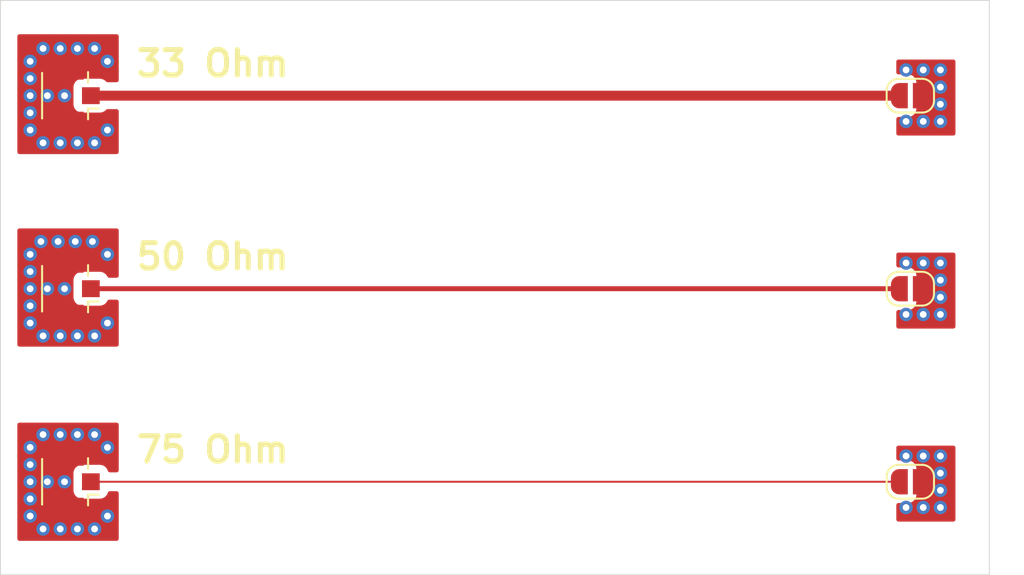
<source format=kicad_pcb>
(kicad_pcb (version 20171130) (host pcbnew 5.1.9-1)

  (general
    (thickness 1.6)
    (drawings 7)
    (tracks 78)
    (zones 0)
    (modules 6)
    (nets 5)
  )

  (page A4)
  (layers
    (0 F.Cu signal)
    (1 In1.Cu signal)
    (2 In2.Cu signal)
    (31 B.Cu signal)
    (32 B.Adhes user)
    (33 F.Adhes user)
    (34 B.Paste user)
    (35 F.Paste user)
    (36 B.SilkS user)
    (37 F.SilkS user)
    (38 B.Mask user)
    (39 F.Mask user)
    (40 Dwgs.User user)
    (41 Cmts.User user)
    (42 Eco1.User user)
    (43 Eco2.User user)
    (44 Edge.Cuts user)
    (45 Margin user)
    (46 B.CrtYd user)
    (47 F.CrtYd user)
    (48 B.Fab user)
    (49 F.Fab user)
  )

  (setup
    (last_trace_width 0.25)
    (trace_clearance 0.2)
    (zone_clearance 0.5)
    (zone_45_only no)
    (trace_min 0.0889)
    (via_size 0.8)
    (via_drill 0.4)
    (via_min_size 0.4)
    (via_min_drill 0.3)
    (uvia_size 0.3)
    (uvia_drill 0.1)
    (uvias_allowed no)
    (uvia_min_size 0.2)
    (uvia_min_drill 0.1)
    (edge_width 0.05)
    (segment_width 0.2)
    (pcb_text_width 0.3)
    (pcb_text_size 1.5 1.5)
    (mod_edge_width 0.12)
    (mod_text_size 1 1)
    (mod_text_width 0.15)
    (pad_size 1.524 1.524)
    (pad_drill 0.762)
    (pad_to_mask_clearance 0)
    (aux_axis_origin 0 0)
    (visible_elements FFFFFF7F)
    (pcbplotparams
      (layerselection 0x010fc_ffffffff)
      (usegerberextensions false)
      (usegerberattributes true)
      (usegerberadvancedattributes true)
      (creategerberjobfile true)
      (excludeedgelayer true)
      (linewidth 0.100000)
      (plotframeref false)
      (viasonmask false)
      (mode 1)
      (useauxorigin false)
      (hpglpennumber 1)
      (hpglpenspeed 20)
      (hpglpendiameter 15.000000)
      (psnegative false)
      (psa4output false)
      (plotreference true)
      (plotvalue true)
      (plotinvisibletext false)
      (padsonsilk false)
      (subtractmaskfromsilk false)
      (outputformat 1)
      (mirror false)
      (drillshape 1)
      (scaleselection 1)
      (outputdirectory ""))
  )

  (net 0 "")
  (net 1 "Net-(J1-Pad1)")
  (net 2 "Net-(J2-Pad1)")
  (net 3 "Net-(J3-Pad1)")
  (net 4 GND)

  (net_class Default "This is the default net class."
    (clearance 0.2)
    (trace_width 0.25)
    (via_dia 0.8)
    (via_drill 0.4)
    (uvia_dia 0.3)
    (uvia_drill 0.1)
    (add_net GND)
    (add_net "Net-(J1-Pad1)")
    (add_net "Net-(J2-Pad1)")
    (add_net "Net-(J3-Pad1)")
  )

  (module Jumper:SolderJumper-2_P1.3mm_Open_RoundedPad1.0x1.5mm (layer F.Cu) (tedit 5B391E66) (tstamp 603F5642)
    (at 163.83 52.07)
    (descr "SMD Solder Jumper, 1x1.5mm, rounded Pads, 0.3mm gap, open")
    (tags "solder jumper open")
    (path /60400800)
    (attr virtual)
    (fp_text reference JP2 (at 0 -1.8) (layer F.SilkS) hide
      (effects (font (size 1 1) (thickness 0.15)))
    )
    (fp_text value Jumper_NO_Small (at 0 1.9) (layer F.Fab)
      (effects (font (size 1 1) (thickness 0.15)))
    )
    (fp_arc (start -0.7 -0.3) (end -0.7 -1) (angle -90) (layer F.SilkS) (width 0.12))
    (fp_arc (start -0.7 0.3) (end -1.4 0.3) (angle -90) (layer F.SilkS) (width 0.12))
    (fp_arc (start 0.7 0.3) (end 0.7 1) (angle -90) (layer F.SilkS) (width 0.12))
    (fp_arc (start 0.7 -0.3) (end 1.4 -0.3) (angle -90) (layer F.SilkS) (width 0.12))
    (fp_line (start -1.4 0.3) (end -1.4 -0.3) (layer F.SilkS) (width 0.12))
    (fp_line (start 0.7 1) (end -0.7 1) (layer F.SilkS) (width 0.12))
    (fp_line (start 1.4 -0.3) (end 1.4 0.3) (layer F.SilkS) (width 0.12))
    (fp_line (start -0.7 -1) (end 0.7 -1) (layer F.SilkS) (width 0.12))
    (fp_line (start -1.65 -1.25) (end 1.65 -1.25) (layer F.CrtYd) (width 0.05))
    (fp_line (start -1.65 -1.25) (end -1.65 1.25) (layer F.CrtYd) (width 0.05))
    (fp_line (start 1.65 1.25) (end 1.65 -1.25) (layer F.CrtYd) (width 0.05))
    (fp_line (start 1.65 1.25) (end -1.65 1.25) (layer F.CrtYd) (width 0.05))
    (pad 2 smd custom (at 0.65 0) (size 1 0.5) (layers F.Cu F.Mask)
      (net 4 GND) (zone_connect 2)
      (options (clearance outline) (anchor rect))
      (primitives
        (gr_circle (center 0 0.25) (end 0.5 0.25) (width 0))
        (gr_circle (center 0 -0.25) (end 0.5 -0.25) (width 0))
        (gr_poly (pts
           (xy 0 -0.75) (xy -0.5 -0.75) (xy -0.5 0.75) (xy 0 0.75)) (width 0))
      ))
    (pad 1 smd custom (at -0.65 0) (size 1 0.5) (layers F.Cu F.Mask)
      (net 2 "Net-(J2-Pad1)") (zone_connect 2)
      (options (clearance outline) (anchor rect))
      (primitives
        (gr_circle (center 0 0.25) (end 0.5 0.25) (width 0))
        (gr_circle (center 0 -0.25) (end 0.5 -0.25) (width 0))
        (gr_poly (pts
           (xy 0 -0.75) (xy 0.5 -0.75) (xy 0.5 0.75) (xy 0 0.75)) (width 0))
      ))
  )

  (module Jumper:SolderJumper-2_P1.3mm_Open_RoundedPad1.0x1.5mm (layer F.Cu) (tedit 5B391E66) (tstamp 603F62E4)
    (at 163.83 63.5)
    (descr "SMD Solder Jumper, 1x1.5mm, rounded Pads, 0.3mm gap, open")
    (tags "solder jumper open")
    (path /604014C6)
    (attr virtual)
    (fp_text reference JP3 (at 0 -1.8) (layer F.SilkS) hide
      (effects (font (size 1 1) (thickness 0.15)))
    )
    (fp_text value Jumper_NO_Small (at 0 1.9) (layer F.Fab)
      (effects (font (size 1 1) (thickness 0.15)))
    )
    (fp_arc (start -0.7 -0.3) (end -0.7 -1) (angle -90) (layer F.SilkS) (width 0.12))
    (fp_arc (start -0.7 0.3) (end -1.4 0.3) (angle -90) (layer F.SilkS) (width 0.12))
    (fp_arc (start 0.7 0.3) (end 0.7 1) (angle -90) (layer F.SilkS) (width 0.12))
    (fp_arc (start 0.7 -0.3) (end 1.4 -0.3) (angle -90) (layer F.SilkS) (width 0.12))
    (fp_line (start -1.4 0.3) (end -1.4 -0.3) (layer F.SilkS) (width 0.12))
    (fp_line (start 0.7 1) (end -0.7 1) (layer F.SilkS) (width 0.12))
    (fp_line (start 1.4 -0.3) (end 1.4 0.3) (layer F.SilkS) (width 0.12))
    (fp_line (start -0.7 -1) (end 0.7 -1) (layer F.SilkS) (width 0.12))
    (fp_line (start -1.65 -1.25) (end 1.65 -1.25) (layer F.CrtYd) (width 0.05))
    (fp_line (start -1.65 -1.25) (end -1.65 1.25) (layer F.CrtYd) (width 0.05))
    (fp_line (start 1.65 1.25) (end 1.65 -1.25) (layer F.CrtYd) (width 0.05))
    (fp_line (start 1.65 1.25) (end -1.65 1.25) (layer F.CrtYd) (width 0.05))
    (pad 2 smd custom (at 0.65 0) (size 1 0.5) (layers F.Cu F.Mask)
      (net 4 GND) (zone_connect 2)
      (options (clearance outline) (anchor rect))
      (primitives
        (gr_circle (center 0 0.25) (end 0.5 0.25) (width 0))
        (gr_circle (center 0 -0.25) (end 0.5 -0.25) (width 0))
        (gr_poly (pts
           (xy 0 -0.75) (xy -0.5 -0.75) (xy -0.5 0.75) (xy 0 0.75)) (width 0))
      ))
    (pad 1 smd custom (at -0.65 0) (size 1 0.5) (layers F.Cu F.Mask)
      (net 3 "Net-(J3-Pad1)") (zone_connect 2)
      (options (clearance outline) (anchor rect))
      (primitives
        (gr_circle (center 0 0.25) (end 0.5 0.25) (width 0))
        (gr_circle (center 0 -0.25) (end 0.5 -0.25) (width 0))
        (gr_poly (pts
           (xy 0 -0.75) (xy 0.5 -0.75) (xy 0.5 0.75) (xy 0 0.75)) (width 0))
      ))
  )

  (module Connector_Coaxial:U.FL_Hirose_U.FL-R-SMT-1_Vertical (layer F.Cu) (tedit 5A1DBFC3) (tstamp 603F5DC1)
    (at 114.3 52.07 180)
    (descr "Hirose U.FL Coaxial https://www.hirose.com/product/en/products/U.FL/U.FL-R-SMT-1%2810%29/")
    (tags "Hirose U.FL Coaxial")
    (path /60437CDF)
    (attr smd)
    (fp_text reference J2 (at 0.475 -3.2) (layer F.SilkS) hide
      (effects (font (size 1 1) (thickness 0.15)))
    )
    (fp_text value U.FL (at 0.475 3.2) (layer F.Fab)
      (effects (font (size 1 1) (thickness 0.15)))
    )
    (fp_text user %R (at 0.475 0 90) (layer F.Fab)
      (effects (font (size 0.6 0.6) (thickness 0.09)))
    )
    (fp_line (start -2.02 1) (end -2.02 -1) (layer F.CrtYd) (width 0.05))
    (fp_line (start -1.32 1) (end -2.02 1) (layer F.CrtYd) (width 0.05))
    (fp_line (start 2.08 1.8) (end 2.28 1.8) (layer F.CrtYd) (width 0.05))
    (fp_line (start 2.08 2.5) (end 2.08 1.8) (layer F.CrtYd) (width 0.05))
    (fp_line (start 2.28 1.8) (end 2.28 -1.8) (layer F.CrtYd) (width 0.05))
    (fp_line (start -1.32 1.8) (end -1.12 1.8) (layer F.CrtYd) (width 0.05))
    (fp_line (start -1.12 2.5) (end -1.12 1.8) (layer F.CrtYd) (width 0.05))
    (fp_line (start 2.08 2.5) (end -1.12 2.5) (layer F.CrtYd) (width 0.05))
    (fp_line (start 1.835 -1.35) (end 1.835 1.35) (layer F.SilkS) (width 0.12))
    (fp_line (start -0.885 -0.76) (end -1.515 -0.76) (layer F.SilkS) (width 0.12))
    (fp_line (start -0.885 1.4) (end -0.885 0.76) (layer F.SilkS) (width 0.12))
    (fp_line (start -0.925 -0.3) (end -1.075 -0.15) (layer F.Fab) (width 0.1))
    (fp_line (start 1.775 -1.3) (end 1.375 -1.3) (layer F.Fab) (width 0.1))
    (fp_line (start 1.375 -1.5) (end 1.375 -1.3) (layer F.Fab) (width 0.1))
    (fp_line (start -0.425 -1.5) (end 1.375 -1.5) (layer F.Fab) (width 0.1))
    (fp_line (start 1.775 -1.3) (end 1.775 1.3) (layer F.Fab) (width 0.1))
    (fp_line (start 1.775 1.3) (end 1.375 1.3) (layer F.Fab) (width 0.1))
    (fp_line (start 1.375 1.5) (end 1.375 1.3) (layer F.Fab) (width 0.1))
    (fp_line (start -0.425 1.5) (end 1.375 1.5) (layer F.Fab) (width 0.1))
    (fp_line (start -0.425 -1.3) (end -0.825 -1.3) (layer F.Fab) (width 0.1))
    (fp_line (start -0.425 -1.5) (end -0.425 -1.3) (layer F.Fab) (width 0.1))
    (fp_line (start -0.825 -0.3) (end -0.825 -1.3) (layer F.Fab) (width 0.1))
    (fp_line (start -0.925 -0.3) (end -0.825 -0.3) (layer F.Fab) (width 0.1))
    (fp_line (start -1.075 0.3) (end -1.075 -0.15) (layer F.Fab) (width 0.1))
    (fp_line (start -1.075 0.3) (end -0.825 0.3) (layer F.Fab) (width 0.1))
    (fp_line (start -0.825 0.3) (end -0.825 1.3) (layer F.Fab) (width 0.1))
    (fp_line (start -0.425 1.3) (end -0.825 1.3) (layer F.Fab) (width 0.1))
    (fp_line (start -0.425 1.5) (end -0.425 1.3) (layer F.Fab) (width 0.1))
    (fp_line (start -0.885 -1.4) (end -0.885 -0.76) (layer F.SilkS) (width 0.12))
    (fp_line (start 2.08 -1.8) (end 2.28 -1.8) (layer F.CrtYd) (width 0.05))
    (fp_line (start 2.08 -1.8) (end 2.08 -2.5) (layer F.CrtYd) (width 0.05))
    (fp_line (start -1.32 -1) (end -1.32 -1.8) (layer F.CrtYd) (width 0.05))
    (fp_line (start 2.08 -2.5) (end -1.12 -2.5) (layer F.CrtYd) (width 0.05))
    (fp_line (start -1.12 -1.8) (end -1.12 -2.5) (layer F.CrtYd) (width 0.05))
    (fp_line (start -1.32 -1.8) (end -1.12 -1.8) (layer F.CrtYd) (width 0.05))
    (fp_line (start -1.32 1.8) (end -1.32 1) (layer F.CrtYd) (width 0.05))
    (fp_line (start -1.32 -1) (end -2.02 -1) (layer F.CrtYd) (width 0.05))
    (pad 2 smd rect (at 0.475 -1.475 180) (size 2.2 1.05) (layers F.Cu F.Paste F.Mask)
      (net 4 GND))
    (pad 1 smd rect (at -1.05 0 180) (size 1.05 1) (layers F.Cu F.Paste F.Mask)
      (net 2 "Net-(J2-Pad1)"))
    (pad 2 smd rect (at 0.475 1.475 180) (size 2.2 1.05) (layers F.Cu F.Paste F.Mask)
      (net 4 GND))
    (model ${KISYS3DMOD}/Connector_Coaxial.3dshapes/U.FL_Hirose_U.FL-R-SMT-1_Vertical.wrl
      (offset (xyz 0.4749999928262157 0 0))
      (scale (xyz 1 1 1))
      (rotate (xyz 0 0 0))
    )
  )

  (module Connector_Coaxial:U.FL_Hirose_U.FL-R-SMT-1_Vertical (layer F.Cu) (tedit 5A1DBFC3) (tstamp 603F627B)
    (at 114.3 63.5 180)
    (descr "Hirose U.FL Coaxial https://www.hirose.com/product/en/products/U.FL/U.FL-R-SMT-1%2810%29/")
    (tags "Hirose U.FL Coaxial")
    (path /60438586)
    (attr smd)
    (fp_text reference J3 (at 0.475 -3.2) (layer F.SilkS) hide
      (effects (font (size 1 1) (thickness 0.15)))
    )
    (fp_text value U.FL (at 0.475 3.2) (layer F.Fab)
      (effects (font (size 1 1) (thickness 0.15)))
    )
    (fp_text user %R (at 0.475 0 90) (layer F.Fab)
      (effects (font (size 0.6 0.6) (thickness 0.09)))
    )
    (fp_line (start -2.02 1) (end -2.02 -1) (layer F.CrtYd) (width 0.05))
    (fp_line (start -1.32 1) (end -2.02 1) (layer F.CrtYd) (width 0.05))
    (fp_line (start 2.08 1.8) (end 2.28 1.8) (layer F.CrtYd) (width 0.05))
    (fp_line (start 2.08 2.5) (end 2.08 1.8) (layer F.CrtYd) (width 0.05))
    (fp_line (start 2.28 1.8) (end 2.28 -1.8) (layer F.CrtYd) (width 0.05))
    (fp_line (start -1.32 1.8) (end -1.12 1.8) (layer F.CrtYd) (width 0.05))
    (fp_line (start -1.12 2.5) (end -1.12 1.8) (layer F.CrtYd) (width 0.05))
    (fp_line (start 2.08 2.5) (end -1.12 2.5) (layer F.CrtYd) (width 0.05))
    (fp_line (start 1.835 -1.35) (end 1.835 1.35) (layer F.SilkS) (width 0.12))
    (fp_line (start -0.885 -0.76) (end -1.515 -0.76) (layer F.SilkS) (width 0.12))
    (fp_line (start -0.885 1.4) (end -0.885 0.76) (layer F.SilkS) (width 0.12))
    (fp_line (start -0.925 -0.3) (end -1.075 -0.15) (layer F.Fab) (width 0.1))
    (fp_line (start 1.775 -1.3) (end 1.375 -1.3) (layer F.Fab) (width 0.1))
    (fp_line (start 1.375 -1.5) (end 1.375 -1.3) (layer F.Fab) (width 0.1))
    (fp_line (start -0.425 -1.5) (end 1.375 -1.5) (layer F.Fab) (width 0.1))
    (fp_line (start 1.775 -1.3) (end 1.775 1.3) (layer F.Fab) (width 0.1))
    (fp_line (start 1.775 1.3) (end 1.375 1.3) (layer F.Fab) (width 0.1))
    (fp_line (start 1.375 1.5) (end 1.375 1.3) (layer F.Fab) (width 0.1))
    (fp_line (start -0.425 1.5) (end 1.375 1.5) (layer F.Fab) (width 0.1))
    (fp_line (start -0.425 -1.3) (end -0.825 -1.3) (layer F.Fab) (width 0.1))
    (fp_line (start -0.425 -1.5) (end -0.425 -1.3) (layer F.Fab) (width 0.1))
    (fp_line (start -0.825 -0.3) (end -0.825 -1.3) (layer F.Fab) (width 0.1))
    (fp_line (start -0.925 -0.3) (end -0.825 -0.3) (layer F.Fab) (width 0.1))
    (fp_line (start -1.075 0.3) (end -1.075 -0.15) (layer F.Fab) (width 0.1))
    (fp_line (start -1.075 0.3) (end -0.825 0.3) (layer F.Fab) (width 0.1))
    (fp_line (start -0.825 0.3) (end -0.825 1.3) (layer F.Fab) (width 0.1))
    (fp_line (start -0.425 1.3) (end -0.825 1.3) (layer F.Fab) (width 0.1))
    (fp_line (start -0.425 1.5) (end -0.425 1.3) (layer F.Fab) (width 0.1))
    (fp_line (start -0.885 -1.4) (end -0.885 -0.76) (layer F.SilkS) (width 0.12))
    (fp_line (start 2.08 -1.8) (end 2.28 -1.8) (layer F.CrtYd) (width 0.05))
    (fp_line (start 2.08 -1.8) (end 2.08 -2.5) (layer F.CrtYd) (width 0.05))
    (fp_line (start -1.32 -1) (end -1.32 -1.8) (layer F.CrtYd) (width 0.05))
    (fp_line (start 2.08 -2.5) (end -1.12 -2.5) (layer F.CrtYd) (width 0.05))
    (fp_line (start -1.12 -1.8) (end -1.12 -2.5) (layer F.CrtYd) (width 0.05))
    (fp_line (start -1.32 -1.8) (end -1.12 -1.8) (layer F.CrtYd) (width 0.05))
    (fp_line (start -1.32 1.8) (end -1.32 1) (layer F.CrtYd) (width 0.05))
    (fp_line (start -1.32 -1) (end -2.02 -1) (layer F.CrtYd) (width 0.05))
    (pad 2 smd rect (at 0.475 -1.475 180) (size 2.2 1.05) (layers F.Cu F.Paste F.Mask)
      (net 4 GND))
    (pad 1 smd rect (at -1.05 0 180) (size 1.05 1) (layers F.Cu F.Paste F.Mask)
      (net 3 "Net-(J3-Pad1)"))
    (pad 2 smd rect (at 0.475 1.475 180) (size 2.2 1.05) (layers F.Cu F.Paste F.Mask)
      (net 4 GND))
    (model ${KISYS3DMOD}/Connector_Coaxial.3dshapes/U.FL_Hirose_U.FL-R-SMT-1_Vertical.wrl
      (offset (xyz 0.4749999928262157 0 0))
      (scale (xyz 1 1 1))
      (rotate (xyz 0 0 0))
    )
  )

  (module Connector_Coaxial:U.FL_Hirose_U.FL-R-SMT-1_Vertical (layer F.Cu) (tedit 5A1DBFC3) (tstamp 603F6147)
    (at 114.3 40.64 180)
    (descr "Hirose U.FL Coaxial https://www.hirose.com/product/en/products/U.FL/U.FL-R-SMT-1%2810%29/")
    (tags "Hirose U.FL Coaxial")
    (path /6043502E)
    (attr smd)
    (fp_text reference J1 (at 0.475 -3.2) (layer F.SilkS) hide
      (effects (font (size 1 1) (thickness 0.15)))
    )
    (fp_text value U.FL (at 0.475 3.2) (layer F.Fab)
      (effects (font (size 1 1) (thickness 0.15)))
    )
    (fp_text user %R (at 0.475 0 90) (layer F.Fab)
      (effects (font (size 0.6 0.6) (thickness 0.09)))
    )
    (fp_line (start -2.02 1) (end -2.02 -1) (layer F.CrtYd) (width 0.05))
    (fp_line (start -1.32 1) (end -2.02 1) (layer F.CrtYd) (width 0.05))
    (fp_line (start 2.08 1.8) (end 2.28 1.8) (layer F.CrtYd) (width 0.05))
    (fp_line (start 2.08 2.5) (end 2.08 1.8) (layer F.CrtYd) (width 0.05))
    (fp_line (start 2.28 1.8) (end 2.28 -1.8) (layer F.CrtYd) (width 0.05))
    (fp_line (start -1.32 1.8) (end -1.12 1.8) (layer F.CrtYd) (width 0.05))
    (fp_line (start -1.12 2.5) (end -1.12 1.8) (layer F.CrtYd) (width 0.05))
    (fp_line (start 2.08 2.5) (end -1.12 2.5) (layer F.CrtYd) (width 0.05))
    (fp_line (start 1.835 -1.35) (end 1.835 1.35) (layer F.SilkS) (width 0.12))
    (fp_line (start -0.885 -0.76) (end -1.515 -0.76) (layer F.SilkS) (width 0.12))
    (fp_line (start -0.885 1.4) (end -0.885 0.76) (layer F.SilkS) (width 0.12))
    (fp_line (start -0.925 -0.3) (end -1.075 -0.15) (layer F.Fab) (width 0.1))
    (fp_line (start 1.775 -1.3) (end 1.375 -1.3) (layer F.Fab) (width 0.1))
    (fp_line (start 1.375 -1.5) (end 1.375 -1.3) (layer F.Fab) (width 0.1))
    (fp_line (start -0.425 -1.5) (end 1.375 -1.5) (layer F.Fab) (width 0.1))
    (fp_line (start 1.775 -1.3) (end 1.775 1.3) (layer F.Fab) (width 0.1))
    (fp_line (start 1.775 1.3) (end 1.375 1.3) (layer F.Fab) (width 0.1))
    (fp_line (start 1.375 1.5) (end 1.375 1.3) (layer F.Fab) (width 0.1))
    (fp_line (start -0.425 1.5) (end 1.375 1.5) (layer F.Fab) (width 0.1))
    (fp_line (start -0.425 -1.3) (end -0.825 -1.3) (layer F.Fab) (width 0.1))
    (fp_line (start -0.425 -1.5) (end -0.425 -1.3) (layer F.Fab) (width 0.1))
    (fp_line (start -0.825 -0.3) (end -0.825 -1.3) (layer F.Fab) (width 0.1))
    (fp_line (start -0.925 -0.3) (end -0.825 -0.3) (layer F.Fab) (width 0.1))
    (fp_line (start -1.075 0.3) (end -1.075 -0.15) (layer F.Fab) (width 0.1))
    (fp_line (start -1.075 0.3) (end -0.825 0.3) (layer F.Fab) (width 0.1))
    (fp_line (start -0.825 0.3) (end -0.825 1.3) (layer F.Fab) (width 0.1))
    (fp_line (start -0.425 1.3) (end -0.825 1.3) (layer F.Fab) (width 0.1))
    (fp_line (start -0.425 1.5) (end -0.425 1.3) (layer F.Fab) (width 0.1))
    (fp_line (start -0.885 -1.4) (end -0.885 -0.76) (layer F.SilkS) (width 0.12))
    (fp_line (start 2.08 -1.8) (end 2.28 -1.8) (layer F.CrtYd) (width 0.05))
    (fp_line (start 2.08 -1.8) (end 2.08 -2.5) (layer F.CrtYd) (width 0.05))
    (fp_line (start -1.32 -1) (end -1.32 -1.8) (layer F.CrtYd) (width 0.05))
    (fp_line (start 2.08 -2.5) (end -1.12 -2.5) (layer F.CrtYd) (width 0.05))
    (fp_line (start -1.12 -1.8) (end -1.12 -2.5) (layer F.CrtYd) (width 0.05))
    (fp_line (start -1.32 -1.8) (end -1.12 -1.8) (layer F.CrtYd) (width 0.05))
    (fp_line (start -1.32 1.8) (end -1.32 1) (layer F.CrtYd) (width 0.05))
    (fp_line (start -1.32 -1) (end -2.02 -1) (layer F.CrtYd) (width 0.05))
    (pad 2 smd rect (at 0.475 -1.475 180) (size 2.2 1.05) (layers F.Cu F.Paste F.Mask)
      (net 4 GND))
    (pad 1 smd rect (at -1.05 0 180) (size 1.05 1) (layers F.Cu F.Paste F.Mask)
      (net 1 "Net-(J1-Pad1)"))
    (pad 2 smd rect (at 0.475 1.475 180) (size 2.2 1.05) (layers F.Cu F.Paste F.Mask)
      (net 4 GND))
    (model ${KISYS3DMOD}/Connector_Coaxial.3dshapes/U.FL_Hirose_U.FL-R-SMT-1_Vertical.wrl
      (offset (xyz 0.4749999928262157 0 0))
      (scale (xyz 1 1 1))
      (rotate (xyz 0 0 0))
    )
  )

  (module Jumper:SolderJumper-2_P1.3mm_Open_RoundedPad1.0x1.5mm (layer F.Cu) (tedit 5B391E66) (tstamp 603F639F)
    (at 163.83 40.64)
    (descr "SMD Solder Jumper, 1x1.5mm, rounded Pads, 0.3mm gap, open")
    (tags "solder jumper open")
    (path /603FC60C)
    (attr virtual)
    (fp_text reference JP1 (at 0 -1.8) (layer F.SilkS) hide
      (effects (font (size 1 1) (thickness 0.15)))
    )
    (fp_text value Jumper_NO_Small (at 0 1.9) (layer F.Fab)
      (effects (font (size 1 1) (thickness 0.15)))
    )
    (fp_arc (start -0.7 -0.3) (end -0.7 -1) (angle -90) (layer F.SilkS) (width 0.12))
    (fp_arc (start -0.7 0.3) (end -1.4 0.3) (angle -90) (layer F.SilkS) (width 0.12))
    (fp_arc (start 0.7 0.3) (end 0.7 1) (angle -90) (layer F.SilkS) (width 0.12))
    (fp_arc (start 0.7 -0.3) (end 1.4 -0.3) (angle -90) (layer F.SilkS) (width 0.12))
    (fp_line (start -1.4 0.3) (end -1.4 -0.3) (layer F.SilkS) (width 0.12))
    (fp_line (start 0.7 1) (end -0.7 1) (layer F.SilkS) (width 0.12))
    (fp_line (start 1.4 -0.3) (end 1.4 0.3) (layer F.SilkS) (width 0.12))
    (fp_line (start -0.7 -1) (end 0.7 -1) (layer F.SilkS) (width 0.12))
    (fp_line (start -1.65 -1.25) (end 1.65 -1.25) (layer F.CrtYd) (width 0.05))
    (fp_line (start -1.65 -1.25) (end -1.65 1.25) (layer F.CrtYd) (width 0.05))
    (fp_line (start 1.65 1.25) (end 1.65 -1.25) (layer F.CrtYd) (width 0.05))
    (fp_line (start 1.65 1.25) (end -1.65 1.25) (layer F.CrtYd) (width 0.05))
    (pad 2 smd custom (at 0.65 0) (size 1 0.5) (layers F.Cu F.Mask)
      (net 4 GND) (zone_connect 2)
      (options (clearance outline) (anchor rect))
      (primitives
        (gr_circle (center 0 0.25) (end 0.5 0.25) (width 0))
        (gr_circle (center 0 -0.25) (end 0.5 -0.25) (width 0))
        (gr_poly (pts
           (xy 0 -0.75) (xy -0.5 -0.75) (xy -0.5 0.75) (xy 0 0.75)) (width 0))
      ))
    (pad 1 smd custom (at -0.65 0) (size 1 0.5) (layers F.Cu F.Mask)
      (net 1 "Net-(J1-Pad1)") (zone_connect 2)
      (options (clearance outline) (anchor rect))
      (primitives
        (gr_circle (center 0 0.25) (end 0.5 0.25) (width 0))
        (gr_circle (center 0 -0.25) (end 0.5 -0.25) (width 0))
        (gr_poly (pts
           (xy 0 -0.75) (xy 0.5 -0.75) (xy 0.5 0.75) (xy 0 0.75)) (width 0))
      ))
  )

  (gr_text "75 Ohm" (at 122.555 61.595) (layer F.SilkS) (tstamp 603F630A)
    (effects (font (size 1.5 1.5) (thickness 0.3)))
  )
  (gr_text "50 Ohm" (at 122.555 50.165) (layer F.SilkS)
    (effects (font (size 1.5 1.5) (thickness 0.3)))
  )
  (gr_line (start 168.5 35) (end 110 35) (layer Edge.Cuts) (width 0.05) (tstamp 603F60D9))
  (gr_line (start 168.5 69) (end 168.5 35) (layer Edge.Cuts) (width 0.05))
  (gr_line (start 110 69) (end 168.5 69) (layer Edge.Cuts) (width 0.05))
  (gr_line (start 110 35) (end 110 69) (layer Edge.Cuts) (width 0.05))
  (gr_text "33 Ohm" (at 122.555 38.735) (layer F.SilkS) (tstamp 603F634E)
    (effects (font (size 1.5 1.5) (thickness 0.3)))
  )

  (via (at 113.411 49.276) (size 0.8) (drill 0.4) (layers F.Cu B.Cu) (net 4) (tstamp 603F661E))
  (via (at 112.395 49.276) (size 0.8) (drill 0.4) (layers F.Cu B.Cu) (net 4) (tstamp 603F661F))
  (via (at 115.443 49.276) (size 0.8) (drill 0.4) (layers F.Cu B.Cu) (net 4) (tstamp 603F6620))
  (via (at 112.776 52.07) (size 0.8) (drill 0.4) (layers F.Cu B.Cu) (net 4) (tstamp 603F6621))
  (via (at 116.332 54.102) (size 0.8) (drill 0.4) (layers F.Cu B.Cu) (net 4) (tstamp 603F6622))
  (via (at 164.592 53.594) (size 0.8) (drill 0.4) (layers F.Cu B.Cu) (net 4) (tstamp 603F6623))
  (via (at 165.608 50.546) (size 0.8) (drill 0.4) (layers F.Cu B.Cu) (net 4) (tstamp 603F6624))
  (via (at 114.554 54.864) (size 0.8) (drill 0.4) (layers F.Cu B.Cu) (net 4) (tstamp 603F6626))
  (via (at 111.76 51.054) (size 0.8) (drill 0.4) (layers F.Cu B.Cu) (net 4) (tstamp 603F6627))
  (via (at 165.608 52.578) (size 0.8) (drill 0.4) (layers F.Cu B.Cu) (net 4) (tstamp 603F6628))
  (via (at 115.57 54.864) (size 0.8) (drill 0.4) (layers F.Cu B.Cu) (net 4) (tstamp 603F6629))
  (via (at 111.76 50.038) (size 0.8) (drill 0.4) (layers F.Cu B.Cu) (net 4) (tstamp 603F662A))
  (via (at 114.427 49.276) (size 0.8) (drill 0.4) (layers F.Cu B.Cu) (net 4) (tstamp 603F662B))
  (via (at 113.792 52.07) (size 0.8) (drill 0.4) (layers F.Cu B.Cu) (net 4) (tstamp 603F662C))
  (via (at 164.592 50.546) (size 0.8) (drill 0.4) (layers F.Cu B.Cu) (net 4) (tstamp 603F662D))
  (via (at 165.608 51.562) (size 0.8) (drill 0.4) (layers F.Cu B.Cu) (net 4) (tstamp 603F6630))
  (via (at 111.76 54.102) (size 0.8) (drill 0.4) (layers F.Cu B.Cu) (net 4) (tstamp 603F6631))
  (via (at 112.522 54.864) (size 0.8) (drill 0.4) (layers F.Cu B.Cu) (net 4) (tstamp 603F6632))
  (via (at 163.576 53.594) (size 0.8) (drill 0.4) (layers F.Cu B.Cu) (net 4) (tstamp 603F6633))
  (via (at 113.538 54.864) (size 0.8) (drill 0.4) (layers F.Cu B.Cu) (net 4) (tstamp 603F6634))
  (via (at 163.576 50.546) (size 0.8) (drill 0.4) (layers F.Cu B.Cu) (net 4) (tstamp 603F6635))
  (via (at 111.76 52.07) (size 0.8) (drill 0.4) (layers F.Cu B.Cu) (net 4) (tstamp 603F6636))
  (via (at 111.76 53.086) (size 0.8) (drill 0.4) (layers F.Cu B.Cu) (net 4) (tstamp 603F6637))
  (via (at 165.608 53.594) (size 0.8) (drill 0.4) (layers F.Cu B.Cu) (net 4) (tstamp 603F6638))
  (via (at 116.332 50.038) (size 0.8) (drill 0.4) (layers F.Cu B.Cu) (net 4) (tstamp 603F6639))
  (via (at 113.538 60.706) (size 0.8) (drill 0.4) (layers F.Cu B.Cu) (net 4) (tstamp 603F661E))
  (via (at 112.522 60.706) (size 0.8) (drill 0.4) (layers F.Cu B.Cu) (net 4) (tstamp 603F661F))
  (via (at 115.57 60.706) (size 0.8) (drill 0.4) (layers F.Cu B.Cu) (net 4) (tstamp 603F6620))
  (via (at 112.776 63.5) (size 0.8) (drill 0.4) (layers F.Cu B.Cu) (net 4) (tstamp 603F6621))
  (via (at 116.332 65.532) (size 0.8) (drill 0.4) (layers F.Cu B.Cu) (net 4) (tstamp 603F6622))
  (via (at 164.592 65.024) (size 0.8) (drill 0.4) (layers F.Cu B.Cu) (net 4) (tstamp 603F6623))
  (via (at 165.608 61.976) (size 0.8) (drill 0.4) (layers F.Cu B.Cu) (net 4) (tstamp 603F6624))
  (via (at 114.554 66.294) (size 0.8) (drill 0.4) (layers F.Cu B.Cu) (net 4) (tstamp 603F6626))
  (via (at 111.76 62.484) (size 0.8) (drill 0.4) (layers F.Cu B.Cu) (net 4) (tstamp 603F6627))
  (via (at 165.608 64.008) (size 0.8) (drill 0.4) (layers F.Cu B.Cu) (net 4) (tstamp 603F6628))
  (via (at 115.57 66.294) (size 0.8) (drill 0.4) (layers F.Cu B.Cu) (net 4) (tstamp 603F6629))
  (via (at 111.76 61.468) (size 0.8) (drill 0.4) (layers F.Cu B.Cu) (net 4) (tstamp 603F662A))
  (via (at 114.554 60.706) (size 0.8) (drill 0.4) (layers F.Cu B.Cu) (net 4) (tstamp 603F662B))
  (via (at 113.792 63.5) (size 0.8) (drill 0.4) (layers F.Cu B.Cu) (net 4) (tstamp 603F662C))
  (via (at 164.592 61.976) (size 0.8) (drill 0.4) (layers F.Cu B.Cu) (net 4) (tstamp 603F662D))
  (via (at 165.608 62.992) (size 0.8) (drill 0.4) (layers F.Cu B.Cu) (net 4) (tstamp 603F6630))
  (via (at 111.76 65.532) (size 0.8) (drill 0.4) (layers F.Cu B.Cu) (net 4) (tstamp 603F6631))
  (via (at 112.522 66.294) (size 0.8) (drill 0.4) (layers F.Cu B.Cu) (net 4) (tstamp 603F6632))
  (via (at 163.576 65.024) (size 0.8) (drill 0.4) (layers F.Cu B.Cu) (net 4) (tstamp 603F6633))
  (via (at 113.538 66.294) (size 0.8) (drill 0.4) (layers F.Cu B.Cu) (net 4) (tstamp 603F6634))
  (via (at 163.576 61.976) (size 0.8) (drill 0.4) (layers F.Cu B.Cu) (net 4) (tstamp 603F6635))
  (via (at 111.76 63.5) (size 0.8) (drill 0.4) (layers F.Cu B.Cu) (net 4) (tstamp 603F6636))
  (via (at 111.76 64.516) (size 0.8) (drill 0.4) (layers F.Cu B.Cu) (net 4) (tstamp 603F6637))
  (via (at 165.608 65.024) (size 0.8) (drill 0.4) (layers F.Cu B.Cu) (net 4) (tstamp 603F6638))
  (via (at 116.332 61.468) (size 0.8) (drill 0.4) (layers F.Cu B.Cu) (net 4) (tstamp 603F6639))
  (via (at 116.332 38.608) (size 0.8) (drill 0.4) (layers F.Cu B.Cu) (net 4))
  (via (at 116.332 42.672) (size 0.8) (drill 0.4) (layers F.Cu B.Cu) (net 4))
  (via (at 115.57 43.434) (size 0.8) (drill 0.4) (layers F.Cu B.Cu) (net 4))
  (via (at 115.57 37.846) (size 0.8) (drill 0.4) (layers F.Cu B.Cu) (net 4))
  (via (at 114.554 37.846) (size 0.8) (drill 0.4) (layers F.Cu B.Cu) (net 4))
  (via (at 113.538 37.846) (size 0.8) (drill 0.4) (layers F.Cu B.Cu) (net 4))
  (via (at 112.522 37.846) (size 0.8) (drill 0.4) (layers F.Cu B.Cu) (net 4))
  (via (at 111.76 38.608) (size 0.8) (drill 0.4) (layers F.Cu B.Cu) (net 4))
  (via (at 111.76 39.624) (size 0.8) (drill 0.4) (layers F.Cu B.Cu) (net 4))
  (via (at 111.76 40.64) (size 0.8) (drill 0.4) (layers F.Cu B.Cu) (net 4))
  (via (at 111.76 41.656) (size 0.8) (drill 0.4) (layers F.Cu B.Cu) (net 4))
  (via (at 111.76 42.672) (size 0.8) (drill 0.4) (layers F.Cu B.Cu) (net 4))
  (via (at 112.522 43.434) (size 0.8) (drill 0.4) (layers F.Cu B.Cu) (net 4))
  (via (at 113.538 43.434) (size 0.8) (drill 0.4) (layers F.Cu B.Cu) (net 4))
  (via (at 114.554 43.434) (size 0.8) (drill 0.4) (layers F.Cu B.Cu) (net 4))
  (via (at 112.776 40.64) (size 0.8) (drill 0.4) (layers F.Cu B.Cu) (net 4))
  (via (at 113.792 40.64) (size 0.8) (drill 0.4) (layers F.Cu B.Cu) (net 4))
  (via (at 163.576 39.116) (size 0.8) (drill 0.4) (layers F.Cu B.Cu) (net 4) (tstamp 603F6377))
  (via (at 164.592 39.116) (size 0.8) (drill 0.4) (layers F.Cu B.Cu) (net 4) (tstamp 603F638C))
  (via (at 165.608 39.116) (size 0.8) (drill 0.4) (layers F.Cu B.Cu) (net 4) (tstamp 603F6380))
  (via (at 165.608 40.132) (size 0.8) (drill 0.4) (layers F.Cu B.Cu) (net 4) (tstamp 603F6386))
  (via (at 165.608 41.148) (size 0.8) (drill 0.4) (layers F.Cu B.Cu) (net 4) (tstamp 603F637D))
  (via (at 165.608 42.164) (size 0.8) (drill 0.4) (layers F.Cu B.Cu) (net 4) (tstamp 603F6389))
  (via (at 164.592 42.164) (size 0.8) (drill 0.4) (layers F.Cu B.Cu) (net 4) (tstamp 603F637A))
  (via (at 163.576 42.164) (size 0.8) (drill 0.4) (layers F.Cu B.Cu) (net 4) (tstamp 603F6383))
  (segment (start 115.35 40.64) (end 163.18 40.64) (width 0.591058) (layer F.Cu) (net 1) (tstamp 603F6119))
  (segment (start 115.35 52.07) (end 163.18 52.07) (width 0.29337) (layer F.Cu) (net 2))
  (segment (start 115.35 63.5) (end 163.18 63.5) (width 0.114808) (layer F.Cu) (net 3) (tstamp 603F6307))

  (zone (net 4) (net_name GND) (layer In1.Cu) (tstamp 603F6952) (hatch edge 0.508)
    (connect_pads yes (clearance 0.508))
    (min_thickness 0.254)
    (fill yes (arc_segments 32) (thermal_gap 0.508) (thermal_bridge_width 0.508))
    (polygon
      (pts
        (xy 168 68.5) (xy 110.5 68.5) (xy 110.5 35.5) (xy 168 35.5)
      )
    )
    (filled_polygon
      (pts
        (xy 167.873 68.34) (xy 110.66 68.34) (xy 110.66 35.66) (xy 167.873 35.66)
      )
    )
  )
  (zone (net 4) (net_name GND) (layer F.Cu) (tstamp 603F694F) (hatch edge 0.508)
    (connect_pads yes (clearance 0.5))
    (min_thickness 0.254)
    (fill yes (arc_segments 32) (thermal_gap 0.508) (thermal_bridge_width 0.508))
    (polygon
      (pts
        (xy 117 44.1) (xy 111 44.1) (xy 111 37) (xy 117 37)
      )
    )
    (filled_polygon
      (pts
        (xy 116.873 39.717471) (xy 116.339353 39.717471) (xy 116.320501 39.694499) (xy 116.225028 39.616147) (xy 116.116103 39.557925)
        (xy 115.997913 39.522073) (xy 115.875 39.509967) (xy 114.825 39.509967) (xy 114.702087 39.522073) (xy 114.583897 39.557925)
        (xy 114.474972 39.616147) (xy 114.379499 39.694499) (xy 114.301147 39.789972) (xy 114.242925 39.898897) (xy 114.207073 40.017087)
        (xy 114.194967 40.14) (xy 114.194967 41.14) (xy 114.207073 41.262913) (xy 114.242925 41.381103) (xy 114.301147 41.490028)
        (xy 114.379499 41.585501) (xy 114.474972 41.663853) (xy 114.583897 41.722075) (xy 114.702087 41.757927) (xy 114.825 41.770033)
        (xy 115.875 41.770033) (xy 115.997913 41.757927) (xy 116.116103 41.722075) (xy 116.225028 41.663853) (xy 116.320501 41.585501)
        (xy 116.339353 41.562529) (xy 116.873 41.562529) (xy 116.873 43.973) (xy 111.127 43.973) (xy 111.127 37.127)
        (xy 116.873 37.127)
      )
    )
  )
  (zone (net 4) (net_name GND) (layer F.Cu) (tstamp 603F694C) (hatch edge 0.508)
    (connect_pads yes (clearance 0.508))
    (min_thickness 0.254)
    (fill yes (arc_segments 32) (thermal_gap 0.508) (thermal_bridge_width 0.508))
    (polygon
      (pts
        (xy 166.5 43) (xy 163 43) (xy 163 38.5) (xy 166.5 38.5)
      )
    )
    (filled_polygon
      (pts
        (xy 166.373 42.873) (xy 163.127 42.873) (xy 163.127 42.025271) (xy 163.130991 42.025664) (xy 163.15555 42.025664)
        (xy 163.18 42.028072) (xy 163.68 42.028072) (xy 163.804482 42.015812) (xy 163.92418 41.979502) (xy 164.034494 41.920537)
        (xy 164.131185 41.841185) (xy 164.210537 41.744494) (xy 164.269502 41.63418) (xy 164.305812 41.514482) (xy 164.318072 41.39)
        (xy 164.318072 39.89) (xy 164.305812 39.765518) (xy 164.269502 39.64582) (xy 164.210537 39.535506) (xy 164.131185 39.438815)
        (xy 164.034494 39.359463) (xy 163.92418 39.300498) (xy 163.804482 39.264188) (xy 163.68 39.251928) (xy 163.18 39.251928)
        (xy 163.15555 39.254336) (xy 163.130991 39.254336) (xy 163.127 39.254729) (xy 163.127 38.627) (xy 166.373 38.627)
      )
    )
  )
  (zone (net 4) (net_name GND) (layer F.Cu) (tstamp 603F6949) (hatch edge 0.508)
    (connect_pads yes (clearance 0.5))
    (min_thickness 0.254)
    (fill yes (arc_segments 32) (thermal_gap 0.508) (thermal_bridge_width 0.508))
    (polygon
      (pts
        (xy 117 55.5) (xy 111 55.5) (xy 111 48.5) (xy 117 48.5)
      )
    )
    (filled_polygon
      (pts
        (xy 116.873 51.296315) (xy 116.439659 51.296315) (xy 116.398853 51.219972) (xy 116.320501 51.124499) (xy 116.225028 51.046147)
        (xy 116.116103 50.987925) (xy 115.997913 50.952073) (xy 115.875 50.939967) (xy 114.825 50.939967) (xy 114.702087 50.952073)
        (xy 114.583897 50.987925) (xy 114.474972 51.046147) (xy 114.379499 51.124499) (xy 114.301147 51.219972) (xy 114.242925 51.328897)
        (xy 114.207073 51.447087) (xy 114.194967 51.57) (xy 114.194967 52.57) (xy 114.207073 52.692913) (xy 114.242925 52.811103)
        (xy 114.301147 52.920028) (xy 114.379499 53.015501) (xy 114.474972 53.093853) (xy 114.583897 53.152075) (xy 114.702087 53.187927)
        (xy 114.825 53.200033) (xy 115.875 53.200033) (xy 115.997913 53.187927) (xy 116.116103 53.152075) (xy 116.225028 53.093853)
        (xy 116.320501 53.015501) (xy 116.398853 52.920028) (xy 116.439659 52.843685) (xy 116.873 52.843685) (xy 116.873 55.373)
        (xy 111.127 55.373) (xy 111.127 48.627) (xy 116.873 48.627)
      )
    )
  )
  (zone (net 4) (net_name GND) (layer F.Cu) (tstamp 603F6946) (hatch edge 0.508)
    (connect_pads yes (clearance 0.508))
    (min_thickness 0.254)
    (fill yes (arc_segments 32) (thermal_gap 0.508) (thermal_bridge_width 0.508))
    (polygon
      (pts
        (xy 166.5 54.43) (xy 163 54.43) (xy 163 49.93) (xy 166.5 49.93)
      )
    )
    (filled_polygon
      (pts
        (xy 166.373 54.303) (xy 163.127 54.303) (xy 163.127 53.455271) (xy 163.130991 53.455664) (xy 163.15555 53.455664)
        (xy 163.18 53.458072) (xy 163.68 53.458072) (xy 163.804482 53.445812) (xy 163.92418 53.409502) (xy 164.034494 53.350537)
        (xy 164.131185 53.271185) (xy 164.210537 53.174494) (xy 164.269502 53.06418) (xy 164.305812 52.944482) (xy 164.318072 52.82)
        (xy 164.318072 51.32) (xy 164.305812 51.195518) (xy 164.269502 51.07582) (xy 164.210537 50.965506) (xy 164.131185 50.868815)
        (xy 164.034494 50.789463) (xy 163.92418 50.730498) (xy 163.804482 50.694188) (xy 163.68 50.681928) (xy 163.18 50.681928)
        (xy 163.15555 50.684336) (xy 163.130991 50.684336) (xy 163.127 50.684729) (xy 163.127 50.057) (xy 166.373 50.057)
      )
    )
  )
  (zone (net 4) (net_name GND) (layer F.Cu) (tstamp 603F6943) (hatch edge 0.508)
    (connect_pads yes (clearance 0.5))
    (min_thickness 0.254)
    (fill yes (arc_segments 32) (thermal_gap 0.508) (thermal_bridge_width 0.508))
    (polygon
      (pts
        (xy 117 67) (xy 111 67) (xy 111 60) (xy 117 60)
      )
    )
    (filled_polygon
      (pts
        (xy 116.873 62.815596) (xy 116.474274 62.815596) (xy 116.457075 62.758897) (xy 116.398853 62.649972) (xy 116.320501 62.554499)
        (xy 116.225028 62.476147) (xy 116.116103 62.417925) (xy 115.997913 62.382073) (xy 115.875 62.369967) (xy 114.825 62.369967)
        (xy 114.702087 62.382073) (xy 114.583897 62.417925) (xy 114.474972 62.476147) (xy 114.379499 62.554499) (xy 114.301147 62.649972)
        (xy 114.242925 62.758897) (xy 114.207073 62.877087) (xy 114.194967 63) (xy 114.194967 64) (xy 114.207073 64.122913)
        (xy 114.242925 64.241103) (xy 114.301147 64.350028) (xy 114.379499 64.445501) (xy 114.474972 64.523853) (xy 114.583897 64.582075)
        (xy 114.702087 64.617927) (xy 114.825 64.630033) (xy 115.875 64.630033) (xy 115.997913 64.617927) (xy 116.116103 64.582075)
        (xy 116.225028 64.523853) (xy 116.320501 64.445501) (xy 116.398853 64.350028) (xy 116.457075 64.241103) (xy 116.474274 64.184404)
        (xy 116.873 64.184404) (xy 116.873 66.873) (xy 111.127 66.873) (xy 111.127 60.127) (xy 116.873 60.127)
      )
    )
  )
  (zone (net 4) (net_name GND) (layer F.Cu) (tstamp 603F6940) (hatch edge 0.508)
    (connect_pads yes (clearance 0.508))
    (min_thickness 0.254)
    (fill yes (arc_segments 32) (thermal_gap 0.508) (thermal_bridge_width 0.508))
    (polygon
      (pts
        (xy 166.5 65.86) (xy 163 65.86) (xy 163 61.36) (xy 166.5 61.36)
      )
    )
    (filled_polygon
      (pts
        (xy 166.373 65.733) (xy 163.127 65.733) (xy 163.127 64.885271) (xy 163.130991 64.885664) (xy 163.15555 64.885664)
        (xy 163.18 64.888072) (xy 163.68 64.888072) (xy 163.804482 64.875812) (xy 163.92418 64.839502) (xy 164.034494 64.780537)
        (xy 164.131185 64.701185) (xy 164.210537 64.604494) (xy 164.269502 64.49418) (xy 164.305812 64.374482) (xy 164.318072 64.25)
        (xy 164.318072 62.75) (xy 164.305812 62.625518) (xy 164.269502 62.50582) (xy 164.210537 62.395506) (xy 164.131185 62.298815)
        (xy 164.034494 62.219463) (xy 163.92418 62.160498) (xy 163.804482 62.124188) (xy 163.68 62.111928) (xy 163.18 62.111928)
        (xy 163.15555 62.114336) (xy 163.130991 62.114336) (xy 163.127 62.114729) (xy 163.127 61.487) (xy 166.373 61.487)
      )
    )
  )
)

</source>
